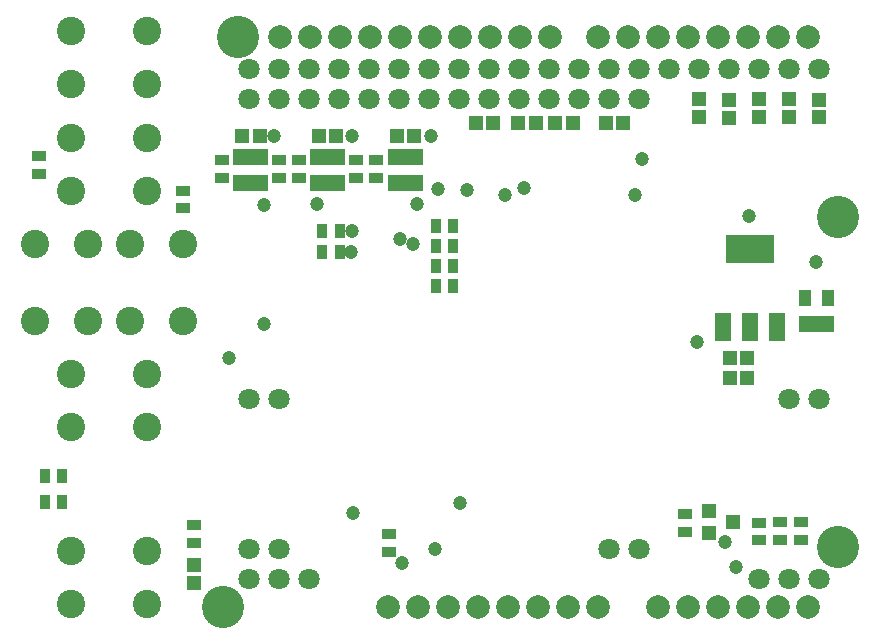
<source format=gts>
G04 #@! TF.GenerationSoftware,KiCad,Pcbnew,5.0.0-fee4fd1~66~ubuntu18.04.1*
G04 #@! TF.CreationDate,2018-10-08T02:39:47+02:00*
G04 #@! TF.ProjectId,ArduHMIShield,41726475484D49536869656C642E6B69,1.0*
G04 #@! TF.SameCoordinates,Original*
G04 #@! TF.FileFunction,Soldermask,Top*
G04 #@! TF.FilePolarity,Negative*
%FSLAX46Y46*%
G04 Gerber Fmt 4.6, Leading zero omitted, Abs format (unit mm)*
G04 Created by KiCad (PCBNEW 5.0.0-fee4fd1~66~ubuntu18.04.1) date Mon Oct  8 02:39:47 2018*
%MOMM*%
%LPD*%
G01*
G04 APERTURE LIST*
%ADD10C,2.000000*%
%ADD11C,3.575000*%
%ADD12R,1.200100X1.200100*%
%ADD13R,1.150000X1.200000*%
%ADD14R,1.300000X0.900000*%
%ADD15R,0.900000X1.300000*%
%ADD16C,2.398980*%
%ADD17R,1.200000X1.150000*%
%ADD18C,1.800000*%
%ADD19R,4.057600X2.432000*%
%ADD20R,1.416000X2.432000*%
%ADD21R,1.197560X1.197560*%
%ADD22R,1.050000X1.460000*%
%ADD23C,1.200000*%
G04 APERTURE END LIST*
D10*
G04 #@! TO.C,CN1*
X118200000Y-79200000D03*
X96356000Y-79200000D03*
X93816000Y-79200000D03*
X91276000Y-79200000D03*
X88736000Y-79200000D03*
X86196000Y-79200000D03*
X83656000Y-79200000D03*
X81116000Y-79200000D03*
X78576000Y-79200000D03*
X76036000Y-79200000D03*
X73496000Y-79200000D03*
X115660000Y-79200000D03*
X113120000Y-79200000D03*
X110580000Y-79200000D03*
X108040000Y-79200000D03*
X105500000Y-79200000D03*
X102960000Y-79200000D03*
X100420000Y-79200000D03*
X100420000Y-127460000D03*
X97880000Y-127460000D03*
X95340000Y-127460000D03*
X92800000Y-127460000D03*
X90260000Y-127460000D03*
X87720000Y-127460000D03*
X85180000Y-127460000D03*
X82640000Y-127460000D03*
X118200000Y-127460000D03*
X115660000Y-127460000D03*
X113120000Y-127460000D03*
X110580000Y-127460000D03*
X108040000Y-127460000D03*
X105500000Y-127460000D03*
D11*
X68670000Y-127460000D03*
X69940000Y-79200000D03*
X120740000Y-122380000D03*
X120740000Y-94440000D03*
G04 #@! TD*
D12*
G04 #@! TO.C,Q1*
X111798220Y-120300000D03*
X109799240Y-121250000D03*
X109799240Y-119350000D03*
G04 #@! TD*
D13*
G04 #@! TO.C,C1*
X108950000Y-86000000D03*
X108950000Y-84500000D03*
G04 #@! TD*
G04 #@! TO.C,C2*
X111500000Y-86100000D03*
X111500000Y-84600000D03*
G04 #@! TD*
D14*
G04 #@! TO.C,R1*
X82700000Y-121350000D03*
X82700000Y-122850000D03*
G04 #@! TD*
G04 #@! TO.C,R2*
X65300000Y-92250000D03*
X65300000Y-93750000D03*
G04 #@! TD*
G04 #@! TO.C,R3*
X53100000Y-90850000D03*
X53100000Y-89350000D03*
G04 #@! TD*
G04 #@! TO.C,R6*
X117600000Y-120300000D03*
X117600000Y-121800000D03*
G04 #@! TD*
G04 #@! TO.C,R7*
X115800000Y-120300000D03*
X115800000Y-121800000D03*
G04 #@! TD*
G04 #@! TO.C,R8*
X114000000Y-120350000D03*
X114000000Y-121850000D03*
G04 #@! TD*
G04 #@! TO.C,R9*
X107800000Y-119650000D03*
X107800000Y-121150000D03*
G04 #@! TD*
D15*
G04 #@! TO.C,R4*
X53550000Y-116400000D03*
X55050000Y-116400000D03*
G04 #@! TD*
G04 #@! TO.C,R5*
X55050000Y-118600000D03*
X53550000Y-118600000D03*
G04 #@! TD*
D16*
G04 #@! TO.C,SW1*
X60749560Y-103251200D03*
X65250440Y-96748800D03*
X65250440Y-103251200D03*
X60749560Y-96748800D03*
G04 #@! TD*
G04 #@! TO.C,SW2*
X55748800Y-87749560D03*
X62251200Y-92250440D03*
X55748800Y-92250440D03*
X62251200Y-87749560D03*
G04 #@! TD*
G04 #@! TO.C,SW3*
X55748800Y-107749560D03*
X62251200Y-112250440D03*
X55748800Y-112250440D03*
X62251200Y-107749560D03*
G04 #@! TD*
G04 #@! TO.C,SW5*
X55748800Y-122749560D03*
X62251200Y-127250440D03*
X55748800Y-127250440D03*
X62251200Y-122749560D03*
G04 #@! TD*
G04 #@! TO.C,SW6*
X62251200Y-83250440D03*
X55748800Y-78749560D03*
X62251200Y-78749560D03*
X55748800Y-83250440D03*
G04 #@! TD*
D13*
G04 #@! TO.C,C3*
X114050000Y-86000000D03*
X114050000Y-84500000D03*
G04 #@! TD*
G04 #@! TO.C,C4*
X116600000Y-86000000D03*
X116600000Y-84500000D03*
G04 #@! TD*
D17*
G04 #@! TO.C,C5*
X90050000Y-86500000D03*
X91550000Y-86500000D03*
G04 #@! TD*
D13*
G04 #@! TO.C,C6*
X119150000Y-86050000D03*
X119150000Y-84550000D03*
G04 #@! TD*
D17*
G04 #@! TO.C,C7*
X95150000Y-86500000D03*
X93650000Y-86500000D03*
G04 #@! TD*
G04 #@! TO.C,C8*
X98250000Y-86500000D03*
X96750000Y-86500000D03*
G04 #@! TD*
G04 #@! TO.C,C9*
X102550000Y-86500000D03*
X101050000Y-86500000D03*
G04 #@! TD*
D18*
G04 #@! TO.C,DIS1*
X114050000Y-125090000D03*
X75950000Y-125090000D03*
X70870000Y-81910000D03*
X73410000Y-81910000D03*
X75950000Y-81910000D03*
X78490000Y-81910000D03*
X81030000Y-81910000D03*
X83570000Y-81910000D03*
X86110000Y-81910000D03*
X88650000Y-81910000D03*
X91190000Y-81910000D03*
X93730000Y-81910000D03*
X96270000Y-81910000D03*
X98810000Y-81910000D03*
X101350000Y-81910000D03*
X103890000Y-81910000D03*
X106430000Y-81910000D03*
X108970000Y-81910000D03*
X111510000Y-81910000D03*
X114050000Y-81910000D03*
X116590000Y-81910000D03*
X119130000Y-81910000D03*
X116590000Y-125090000D03*
X119130000Y-125090000D03*
X73410000Y-125090000D03*
X70870000Y-125090000D03*
G04 #@! TD*
D16*
G04 #@! TO.C,SW4*
X57250440Y-96748800D03*
X52749560Y-103251200D03*
X52749560Y-96748800D03*
X57250440Y-103251200D03*
G04 #@! TD*
D18*
G04 #@! TO.C,DIS2*
X70870000Y-109850000D03*
X73410000Y-109850000D03*
X119130000Y-109850000D03*
X116590000Y-109850000D03*
X119130000Y-81910000D03*
X116590000Y-81910000D03*
X114050000Y-81910000D03*
X111510000Y-81910000D03*
X108970000Y-81910000D03*
X106430000Y-81910000D03*
X103890000Y-81910000D03*
X101350000Y-81910000D03*
X98810000Y-81910000D03*
X96270000Y-81910000D03*
X93730000Y-81910000D03*
X91190000Y-81910000D03*
X88650000Y-81910000D03*
X86110000Y-81910000D03*
X83570000Y-81910000D03*
X81030000Y-81910000D03*
X78490000Y-81910000D03*
X75950000Y-81910000D03*
X73410000Y-81910000D03*
X70870000Y-81910000D03*
G04 #@! TD*
G04 #@! TO.C,DIS3*
X103890000Y-84450000D03*
X101350000Y-84450000D03*
X98810000Y-84450000D03*
X96270000Y-84450000D03*
X93730000Y-84450000D03*
X91190000Y-84450000D03*
X88650000Y-84450000D03*
X86110000Y-84450000D03*
X83570000Y-84450000D03*
X81030000Y-84450000D03*
X78490000Y-84450000D03*
X75950000Y-84450000D03*
X73410000Y-84450000D03*
X70870000Y-84450000D03*
X70870000Y-122550000D03*
X73410000Y-122550000D03*
X103890000Y-122550000D03*
X101350000Y-122550000D03*
G04 #@! TD*
D17*
G04 #@! TO.C,C10*
X111550000Y-108100000D03*
X113050000Y-108100000D03*
G04 #@! TD*
G04 #@! TO.C,C11*
X113050000Y-106400000D03*
X111550000Y-106400000D03*
G04 #@! TD*
D19*
G04 #@! TO.C,U1*
X113300000Y-97198000D03*
D20*
X113300000Y-103802000D03*
X115586000Y-103802000D03*
X111014000Y-103802000D03*
G04 #@! TD*
D17*
G04 #@! TO.C,C12*
X70250000Y-87600000D03*
X71750000Y-87600000D03*
G04 #@! TD*
G04 #@! TO.C,C13*
X78250000Y-87600000D03*
X76750000Y-87600000D03*
G04 #@! TD*
G04 #@! TO.C,C14*
X83350000Y-87600000D03*
X84850000Y-87600000D03*
G04 #@! TD*
D14*
G04 #@! TO.C,R10*
X81600000Y-89650000D03*
X81600000Y-91150000D03*
G04 #@! TD*
G04 #@! TO.C,R11*
X79900000Y-91150000D03*
X79900000Y-89650000D03*
G04 #@! TD*
G04 #@! TO.C,R12*
X75100000Y-89650000D03*
X75100000Y-91150000D03*
G04 #@! TD*
G04 #@! TO.C,R13*
X68600000Y-91150000D03*
X68600000Y-89650000D03*
G04 #@! TD*
G04 #@! TO.C,R14*
X73400000Y-89650000D03*
X73400000Y-91150000D03*
G04 #@! TD*
D15*
G04 #@! TO.C,R15*
X86650000Y-100300000D03*
X88150000Y-100300000D03*
G04 #@! TD*
G04 #@! TO.C,R16*
X78550000Y-97400000D03*
X77050000Y-97400000D03*
G04 #@! TD*
G04 #@! TO.C,R17*
X86650000Y-96900000D03*
X88150000Y-96900000D03*
G04 #@! TD*
G04 #@! TO.C,R18*
X88150000Y-98600000D03*
X86650000Y-98600000D03*
G04 #@! TD*
G04 #@! TO.C,R19*
X78550000Y-95700000D03*
X77050000Y-95700000D03*
G04 #@! TD*
G04 #@! TO.C,R20*
X86650000Y-95200000D03*
X88150000Y-95200000D03*
G04 #@! TD*
D14*
G04 #@! TO.C,R21*
X66200000Y-122050000D03*
X66200000Y-120550000D03*
G04 #@! TD*
D21*
G04 #@! TO.C,D1*
X66200000Y-123950700D03*
X66200000Y-125449300D03*
G04 #@! TD*
D22*
G04 #@! TO.C,U2*
X117950000Y-103500000D03*
X118900000Y-103500000D03*
X119850000Y-103500000D03*
X119850000Y-101300000D03*
X117950000Y-101300000D03*
G04 #@! TD*
G04 #@! TO.C,U3*
X83150000Y-91600000D03*
X84100000Y-91600000D03*
X85050000Y-91600000D03*
X85050000Y-89400000D03*
X83150000Y-89400000D03*
X84100000Y-89400000D03*
G04 #@! TD*
G04 #@! TO.C,U4*
X76550000Y-91600000D03*
X77500000Y-91600000D03*
X78450000Y-91600000D03*
X78450000Y-89400000D03*
X76550000Y-89400000D03*
X77500000Y-89400000D03*
G04 #@! TD*
G04 #@! TO.C,U5*
X71000000Y-89400000D03*
X70050000Y-89400000D03*
X71950000Y-89400000D03*
X71950000Y-91600000D03*
X71000000Y-91600000D03*
X70050000Y-91600000D03*
G04 #@! TD*
D23*
X72100000Y-93430000D03*
X85100000Y-93400000D03*
X76600000Y-93400000D03*
X79600000Y-87600000D03*
X73000000Y-87600000D03*
X104100000Y-89600000D03*
X111200000Y-122000000D03*
X86300000Y-87600000D03*
X108800000Y-105100000D03*
X118900000Y-98300000D03*
X83800000Y-123800000D03*
X88700000Y-118700000D03*
X86600000Y-122600000D03*
X112100000Y-124100000D03*
X103500000Y-92600000D03*
X113200000Y-94400000D03*
X69200000Y-106400000D03*
X72100000Y-103500000D03*
X79700000Y-119500000D03*
X84700000Y-96800000D03*
X83600000Y-96300000D03*
X89300000Y-92200000D03*
X79600000Y-95700000D03*
X86900000Y-92100000D03*
X94100000Y-92000000D03*
X79500000Y-97400000D03*
X92500000Y-92600000D03*
M02*

</source>
